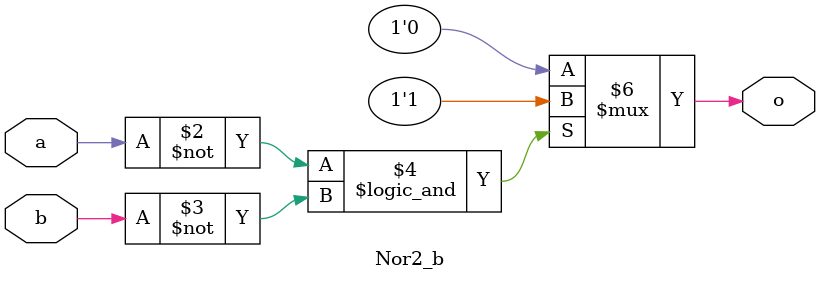
<source format=v>


module Nor2_b(a,b,o);
  input a,b;
  output o;
reg o;
always @(a,b)
if(~a && ~b)
  o=1'b1;
else
  o=1'b0;
    
endmodule
</source>
